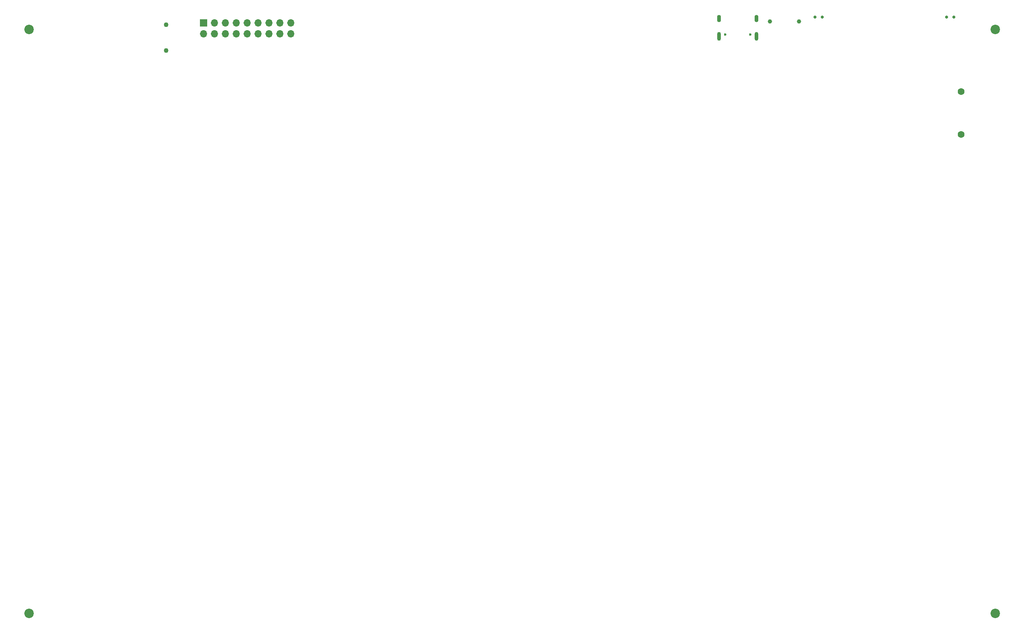
<source format=gbr>
%TF.GenerationSoftware,KiCad,Pcbnew,8.0.3*%
%TF.CreationDate,2024-06-27T08:50:16+01:00*%
%TF.ProjectId,esp32-s3-spectrum,65737033-322d-4733-932d-737065637472,rev?*%
%TF.SameCoordinates,Original*%
%TF.FileFunction,Soldermask,Bot*%
%TF.FilePolarity,Negative*%
%FSLAX46Y46*%
G04 Gerber Fmt 4.6, Leading zero omitted, Abs format (unit mm)*
G04 Created by KiCad (PCBNEW 8.0.3) date 2024-06-27 08:50:16*
%MOMM*%
%LPD*%
G01*
G04 APERTURE LIST*
%ADD10C,1.100000*%
%ADD11C,0.600000*%
%ADD12O,0.900000X2.000000*%
%ADD13O,0.900000X1.700000*%
%ADD14C,2.200000*%
%ADD15C,0.700000*%
%ADD16C,1.600000*%
%ADD17R,1.700000X1.700000*%
%ADD18O,1.700000X1.700000*%
%ADD19C,1.000000*%
G04 APERTURE END LIST*
D10*
%TO.C,CN1*%
X57900000Y-35372500D03*
X57900000Y-41372500D03*
%TD*%
D11*
%TO.C,J1*%
X193920000Y-37650000D03*
X188140000Y-37650000D03*
D12*
X195355000Y-38140000D03*
X186705000Y-38140000D03*
D13*
X195355000Y-33970000D03*
X186705000Y-33970000D03*
%TD*%
D14*
%TO.C,H5*%
X25980000Y-172510000D03*
%TD*%
D15*
%TO.C,SW2*%
X209040000Y-33610000D03*
X210740000Y-33610000D03*
%TD*%
D16*
%TO.C,Card1*%
X243070000Y-60930000D03*
X243070000Y-50930000D03*
%TD*%
D15*
%TO.C,SW4*%
X239700000Y-33630000D03*
X241400000Y-33630000D03*
%TD*%
D14*
%TO.C,H3*%
X25980000Y-36510000D03*
%TD*%
D17*
%TO.C,J2*%
X66580000Y-34970000D03*
D18*
X66580000Y-37510000D03*
X69120000Y-34970000D03*
X69120000Y-37510000D03*
X71660000Y-34970000D03*
X71660000Y-37510000D03*
X74200000Y-34970000D03*
X74200000Y-37510000D03*
X76740000Y-34970000D03*
X76740000Y-37510000D03*
X79280000Y-34970000D03*
X79280000Y-37510000D03*
X81820000Y-34970000D03*
X81820000Y-37510000D03*
X84360000Y-34970000D03*
X84360000Y-37510000D03*
X86900000Y-34970000D03*
X86900000Y-37510000D03*
%TD*%
D14*
%TO.C,H2*%
X250980000Y-36510000D03*
%TD*%
D19*
%TO.C,SW1*%
X198490000Y-34595000D03*
X205290000Y-34595000D03*
%TD*%
D14*
%TO.C,H4*%
X250980000Y-172510000D03*
%TD*%
M02*

</source>
